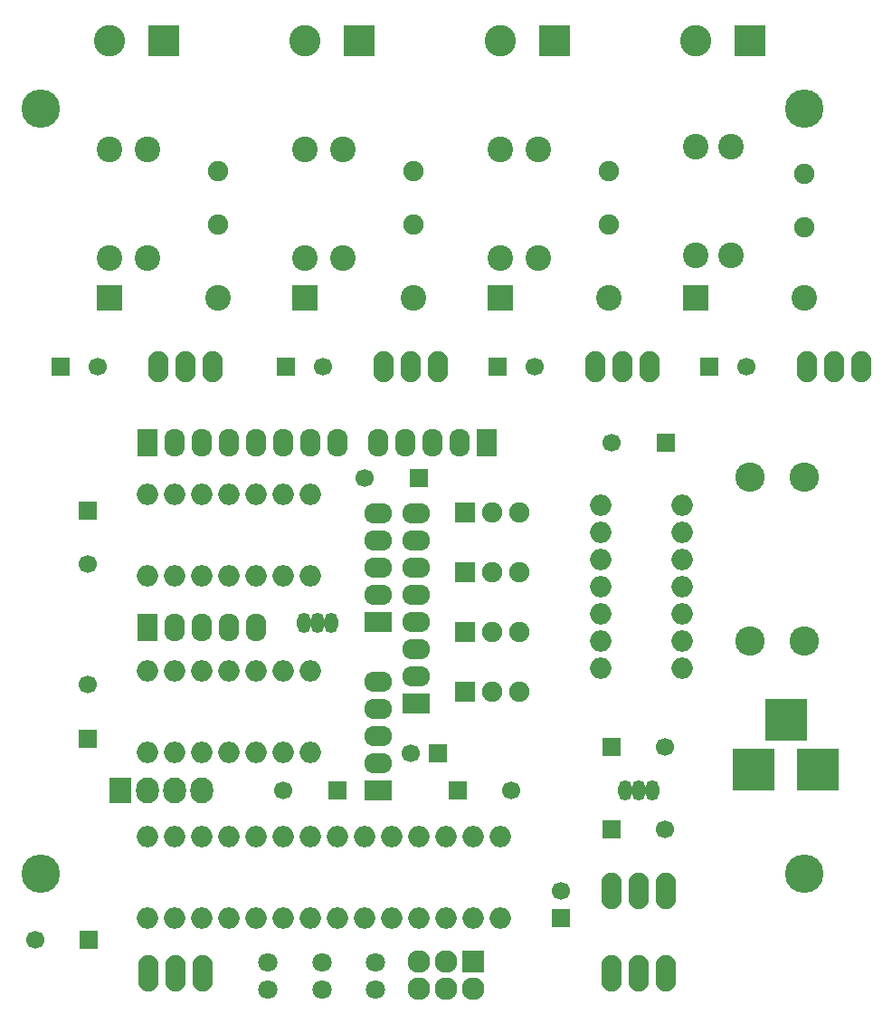
<source format=gts>
G04 #@! TF.FileFunction,Soldermask,Top*
%FSLAX46Y46*%
G04 Gerber Fmt 4.6, Leading zero omitted, Abs format (unit mm)*
G04 Created by KiCad (PCBNEW 4.0.4-1.fc24-product) date Sun Dec 11 17:37:08 2016*
%MOMM*%
%LPD*%
G01*
G04 APERTURE LIST*
%ADD10C,0.100000*%
%ADD11C,3.600000*%
%ADD12R,1.700000X1.700000*%
%ADD13C,1.700000*%
%ADD14C,1.797000*%
%ADD15O,1.906220X3.414980*%
%ADD16O,2.000000X2.000000*%
%ADD17C,1.910000*%
%ADD18R,1.910000X1.910000*%
%ADD19O,1.901140X2.899360*%
%ADD20C,2.400000*%
%ADD21R,2.400000X2.400000*%
%ADD22C,1.901140*%
%ADD23C,2.398980*%
%ADD24R,3.900120X3.900120*%
%ADD25R,2.127200X2.127200*%
%ADD26O,2.127200X2.127200*%
%ADD27C,2.749500*%
%ADD28O,1.299160X1.901140*%
%ADD29R,2.940000X2.940000*%
%ADD30C,2.940000*%
%ADD31R,2.127200X2.432000*%
%ADD32O,2.127200X2.432000*%
%ADD33R,2.597100X1.924000*%
%ADD34O,2.597100X1.924000*%
%ADD35R,1.924000X2.597100*%
%ADD36O,1.924000X2.597100*%
%ADD37R,2.599640X1.924000*%
%ADD38O,2.599640X1.924000*%
%ADD39R,1.924000X2.599640*%
%ADD40O,1.924000X2.599640*%
G04 APERTURE END LIST*
D10*
D11*
X171000000Y-41857000D03*
X99500000Y-41857000D03*
X171000000Y-113357000D03*
X99500000Y-113357000D03*
D12*
X127254000Y-105537000D03*
D13*
X122254000Y-105537000D03*
D14*
X120777000Y-124206000D03*
X120777000Y-121666000D03*
D15*
X109601000Y-122682000D03*
X112141000Y-122682000D03*
X114681000Y-122682000D03*
D16*
X109474000Y-101981000D03*
X112014000Y-101981000D03*
X114554000Y-101981000D03*
X117094000Y-101981000D03*
X119634000Y-101981000D03*
X122174000Y-101981000D03*
X124714000Y-101981000D03*
X124714000Y-94361000D03*
X122174000Y-94361000D03*
X119634000Y-94361000D03*
X117094000Y-94361000D03*
X114554000Y-94361000D03*
X112014000Y-94361000D03*
X109474000Y-94361000D03*
X109474000Y-117475000D03*
X112014000Y-117475000D03*
X114554000Y-117475000D03*
X117094000Y-117475000D03*
X119634000Y-117475000D03*
X122174000Y-117475000D03*
X124714000Y-117475000D03*
X127254000Y-117475000D03*
X129794000Y-117475000D03*
X132334000Y-117475000D03*
X134874000Y-117475000D03*
X137414000Y-117475000D03*
X139954000Y-117475000D03*
X142494000Y-117475000D03*
X142494000Y-109855000D03*
X139954000Y-109855000D03*
X137414000Y-109855000D03*
X134874000Y-109855000D03*
X132334000Y-109855000D03*
X129794000Y-109855000D03*
X127254000Y-109855000D03*
X124714000Y-109855000D03*
X122174000Y-109855000D03*
X119634000Y-109855000D03*
X117094000Y-109855000D03*
X114554000Y-109855000D03*
X112014000Y-109855000D03*
X109474000Y-109855000D03*
D17*
X144272000Y-85209000D03*
D18*
X139192000Y-85209000D03*
D17*
X141732000Y-85209000D03*
D12*
X134874000Y-76327000D03*
D13*
X129874000Y-76327000D03*
D16*
X109474000Y-85471000D03*
X112014000Y-85471000D03*
X114554000Y-85471000D03*
X117094000Y-85471000D03*
X119634000Y-85471000D03*
X122174000Y-85471000D03*
X124714000Y-85471000D03*
X124714000Y-77851000D03*
X122174000Y-77851000D03*
X119634000Y-77851000D03*
X117094000Y-77851000D03*
X114554000Y-77851000D03*
X112014000Y-77851000D03*
X109474000Y-77851000D03*
D19*
X113030000Y-65913000D03*
X115570000Y-65913000D03*
X110490000Y-65913000D03*
D20*
X116078520Y-59560460D03*
D21*
X105918520Y-59560460D03*
D20*
X134366520Y-59560460D03*
D21*
X124206520Y-59560460D03*
D20*
X152654520Y-59560460D03*
D21*
X142494520Y-59560460D03*
D20*
X170942520Y-59560460D03*
D21*
X160782520Y-59560460D03*
D22*
X116078000Y-52664360D03*
X116078000Y-47665640D03*
X134366000Y-52664360D03*
X134366000Y-47665640D03*
X152654000Y-52664360D03*
X152654000Y-47665640D03*
X170942000Y-52918360D03*
X170942000Y-47919640D03*
D19*
X134112000Y-65913000D03*
X136652000Y-65913000D03*
X131572000Y-65913000D03*
X153924000Y-65913000D03*
X156464000Y-65913000D03*
X151384000Y-65913000D03*
X173736000Y-65913000D03*
X176276000Y-65913000D03*
X171196000Y-65913000D03*
D23*
X142494000Y-55753000D03*
X142494000Y-45593000D03*
D16*
X151892000Y-78867000D03*
X151892000Y-81407000D03*
X151892000Y-83947000D03*
X151892000Y-86487000D03*
X151892000Y-89027000D03*
X151892000Y-91567000D03*
X151892000Y-94107000D03*
X159512000Y-94107000D03*
X159512000Y-91567000D03*
X159512000Y-89027000D03*
X159512000Y-86487000D03*
X159512000Y-83947000D03*
X159512000Y-81407000D03*
X159512000Y-78867000D03*
D23*
X146050000Y-55753000D03*
X146050000Y-45593000D03*
X160782000Y-55499000D03*
X160782000Y-45339000D03*
X164084000Y-55499000D03*
X164084000Y-45339000D03*
X105918000Y-55753000D03*
X105918000Y-45593000D03*
X109474000Y-55753000D03*
X109474000Y-45593000D03*
X124206000Y-55753000D03*
X124206000Y-45593000D03*
X127762000Y-55753000D03*
X127762000Y-45593000D03*
D24*
X166265860Y-103632000D03*
X172265340Y-103632000D03*
X169265600Y-98933000D03*
D25*
X139954000Y-121539000D03*
D26*
X139954000Y-124079000D03*
X137414000Y-121539000D03*
X137414000Y-124079000D03*
X134874000Y-121539000D03*
X134874000Y-124079000D03*
D27*
X165862000Y-76286360D03*
X170942000Y-76286360D03*
X165862000Y-91607640D03*
X170942000Y-91607640D03*
D28*
X155448000Y-105537000D03*
X154178000Y-105537000D03*
X156718000Y-105537000D03*
D29*
X110998000Y-35433000D03*
D30*
X105918000Y-35433000D03*
D29*
X129286000Y-35433000D03*
D30*
X124206000Y-35433000D03*
D29*
X147574000Y-35433000D03*
D30*
X142494000Y-35433000D03*
D29*
X165862000Y-35433000D03*
D30*
X160782000Y-35433000D03*
D13*
X104846000Y-65913000D03*
D12*
X101346000Y-65913000D03*
D13*
X125928000Y-65913000D03*
D12*
X122428000Y-65913000D03*
D13*
X145740000Y-65913000D03*
D12*
X142240000Y-65913000D03*
D13*
X165552000Y-65913000D03*
D12*
X162052000Y-65913000D03*
D17*
X144272000Y-96385000D03*
D18*
X139192000Y-96385000D03*
D17*
X141732000Y-96385000D03*
X144272000Y-90797000D03*
D18*
X139192000Y-90797000D03*
D17*
X141732000Y-90797000D03*
X144272000Y-79621000D03*
D18*
X139192000Y-79621000D03*
D17*
X141732000Y-79621000D03*
D12*
X103886000Y-79375000D03*
D13*
X103886000Y-84375000D03*
D12*
X152908000Y-101473000D03*
D13*
X157908000Y-101473000D03*
D12*
X152908000Y-109220000D03*
D13*
X157908000Y-109220000D03*
D12*
X104013000Y-119507000D03*
D13*
X99013000Y-119507000D03*
D12*
X103886000Y-100711000D03*
D13*
X103886000Y-95711000D03*
D12*
X157988000Y-73025000D03*
D13*
X152988000Y-73025000D03*
D12*
X138557000Y-105537000D03*
D13*
X143557000Y-105537000D03*
D28*
X125450600Y-89916000D03*
X126720600Y-89916000D03*
X124180600Y-89916000D03*
D15*
X152908000Y-114935000D03*
X155448000Y-114935000D03*
X157988000Y-114935000D03*
X152908000Y-122682000D03*
X155448000Y-122682000D03*
X157988000Y-122682000D03*
D14*
X130810000Y-124206000D03*
X130810000Y-121666000D03*
X125857000Y-124206000D03*
X125857000Y-121666000D03*
D31*
X106934000Y-105537000D03*
D32*
X109474000Y-105537000D03*
X112014000Y-105537000D03*
X114554000Y-105537000D03*
D12*
X148209000Y-117475000D03*
D13*
X148209000Y-114975000D03*
D12*
X136652000Y-102108000D03*
D13*
X134152000Y-102108000D03*
D33*
X134620000Y-97409000D03*
D34*
X134620000Y-94869000D03*
X134620000Y-92329000D03*
X134620000Y-89789000D03*
X134620000Y-87249000D03*
X134620000Y-84709000D03*
X134620000Y-82169000D03*
X134620000Y-79629000D03*
D35*
X109474000Y-73025000D03*
D36*
X112014000Y-73025000D03*
X114554000Y-73025000D03*
X117094000Y-73025000D03*
X119634000Y-73025000D03*
X122174000Y-73025000D03*
X124714000Y-73025000D03*
X127254000Y-73025000D03*
D37*
X131064000Y-89789000D03*
D38*
X131064000Y-87249000D03*
X131064000Y-84709000D03*
X131064000Y-82169000D03*
X131064000Y-79629000D03*
D39*
X141224000Y-73025000D03*
D40*
X138684000Y-73025000D03*
X136144000Y-73025000D03*
X133604000Y-73025000D03*
X131064000Y-73025000D03*
D39*
X109474000Y-90297000D03*
D40*
X112014000Y-90297000D03*
X114554000Y-90297000D03*
X117094000Y-90297000D03*
X119634000Y-90297000D03*
D37*
X131064000Y-105537000D03*
D38*
X131064000Y-102997000D03*
X131064000Y-100457000D03*
X131064000Y-97917000D03*
X131064000Y-95377000D03*
M02*

</source>
